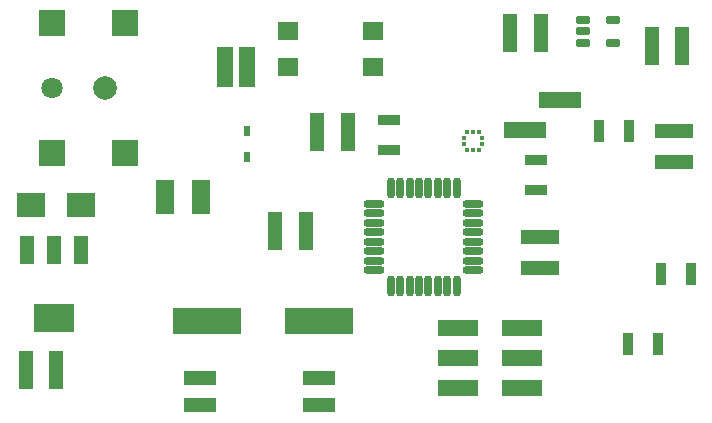
<source format=gts>
G04*
G04 #@! TF.GenerationSoftware,Altium Limited,Altium Designer,22.2.1 (43)*
G04*
G04 Layer_Color=8388736*
%FSLAX25Y25*%
%MOIN*%
G70*
G04*
G04 #@! TF.SameCoordinates,AAFBACAA-EC33-4654-A321-DB7F653A4B28*
G04*
G04*
G04 #@! TF.FilePolarity,Negative*
G04*
G01*
G75*
%ADD22R,0.05940X0.11200*%
%ADD23R,0.02400X0.03500*%
%ADD37R,0.13320X0.05800*%
%ADD38R,0.12611X0.04737*%
%ADD39R,0.14304X0.05800*%
%ADD40R,0.04737X0.12611*%
G04:AMPARAMS|DCode=41|XSize=29.92mil|YSize=45.28mil|CornerRadius=8.85mil|HoleSize=0mil|Usage=FLASHONLY|Rotation=90.000|XOffset=0mil|YOffset=0mil|HoleType=Round|Shape=RoundedRectangle|*
%AMROUNDEDRECTD41*
21,1,0.02992,0.02757,0,0,90.0*
21,1,0.01221,0.04528,0,0,90.0*
1,1,0.01771,0.01378,0.00611*
1,1,0.01771,0.01378,-0.00611*
1,1,0.01771,-0.01378,-0.00611*
1,1,0.01771,-0.01378,0.00611*
%
%ADD41ROUNDEDRECTD41*%
%ADD42R,0.05328X0.13398*%
%ADD43R,0.08674X0.08674*%
%ADD44R,0.09200X0.07887*%
%ADD45R,0.09200X0.07887*%
G04:AMPARAMS|DCode=46|XSize=66.93mil|YSize=23.62mil|CornerRadius=7.19mil|HoleSize=0mil|Usage=FLASHONLY|Rotation=270.000|XOffset=0mil|YOffset=0mil|HoleType=Round|Shape=RoundedRectangle|*
%AMROUNDEDRECTD46*
21,1,0.06693,0.00925,0,0,270.0*
21,1,0.05256,0.02362,0,0,270.0*
1,1,0.01437,-0.00463,-0.02628*
1,1,0.01437,-0.00463,0.02628*
1,1,0.01437,0.00463,0.02628*
1,1,0.01437,0.00463,-0.02628*
%
%ADD46ROUNDEDRECTD46*%
G04:AMPARAMS|DCode=47|XSize=66.93mil|YSize=23.62mil|CornerRadius=7.19mil|HoleSize=0mil|Usage=FLASHONLY|Rotation=180.000|XOffset=0mil|YOffset=0mil|HoleType=Round|Shape=RoundedRectangle|*
%AMROUNDEDRECTD47*
21,1,0.06693,0.00925,0,0,180.0*
21,1,0.05256,0.02362,0,0,180.0*
1,1,0.01437,-0.02628,0.00463*
1,1,0.01437,0.02628,0.00463*
1,1,0.01437,0.02628,-0.00463*
1,1,0.01437,-0.02628,-0.00463*
%
%ADD47ROUNDEDRECTD47*%
%ADD48R,0.07493X0.03359*%
%ADD49R,0.22847X0.09068*%
%ADD50R,0.07099X0.06312*%
%ADD51R,0.03359X0.07493*%
%ADD52R,0.01476X0.01378*%
%ADD53R,0.01378X0.01476*%
%ADD54R,0.10682X0.05131*%
%ADD55R,0.13595X0.09265*%
%ADD56R,0.04540X0.09265*%
%ADD57C,0.07887*%
%ADD58C,0.07099*%
D22*
X61006Y78937D02*
D03*
X72852D02*
D03*
D23*
X88292Y92323D02*
D03*
Y100984D02*
D03*
D37*
X158543Y25197D02*
D03*
X180039D02*
D03*
Y15197D02*
D03*
X158543D02*
D03*
Y35197D02*
D03*
X180039D02*
D03*
D38*
X186070Y55246D02*
D03*
Y65482D02*
D03*
X230709Y100787D02*
D03*
Y90551D02*
D03*
D39*
X192559Y111299D02*
D03*
X181063Y101299D02*
D03*
D40*
X107874Y67635D02*
D03*
X97638D02*
D03*
X122047Y100591D02*
D03*
X111811D02*
D03*
X233465Y129317D02*
D03*
X223228D02*
D03*
X175984Y133500D02*
D03*
X186220D02*
D03*
X14567Y21260D02*
D03*
X24803D02*
D03*
D41*
X200236Y137795D02*
D03*
Y134055D02*
D03*
Y130315D02*
D03*
X210433D02*
D03*
Y137795D02*
D03*
D42*
X88189Y122244D02*
D03*
X81102D02*
D03*
D43*
X23425Y136811D02*
D03*
X47638D02*
D03*
X23425Y93504D02*
D03*
X47638D02*
D03*
D44*
X33071Y76181D02*
D03*
D45*
X16271D02*
D03*
D46*
X136220Y82008D02*
D03*
X139370D02*
D03*
X142520D02*
D03*
X145669D02*
D03*
X148819D02*
D03*
X151969D02*
D03*
X155118D02*
D03*
X158268D02*
D03*
Y49095D02*
D03*
X155118D02*
D03*
X151969D02*
D03*
X148819D02*
D03*
X145669D02*
D03*
X142520D02*
D03*
X139370D02*
D03*
X136220D02*
D03*
D47*
X163701Y76575D02*
D03*
Y73425D02*
D03*
Y70276D02*
D03*
Y67126D02*
D03*
Y63976D02*
D03*
Y60827D02*
D03*
Y57677D02*
D03*
Y54528D02*
D03*
X130787D02*
D03*
Y57677D02*
D03*
Y60827D02*
D03*
Y63976D02*
D03*
Y67126D02*
D03*
Y70276D02*
D03*
Y73425D02*
D03*
Y76575D02*
D03*
D48*
X135827Y94587D02*
D03*
Y104626D02*
D03*
X184646Y81201D02*
D03*
Y91240D02*
D03*
D49*
X75098Y37402D02*
D03*
X112500D02*
D03*
D50*
X101968Y122244D02*
D03*
X130315D02*
D03*
X101968Y134055D02*
D03*
X130315D02*
D03*
D51*
X236220Y53347D02*
D03*
X226181D02*
D03*
X215453Y29724D02*
D03*
X225492D02*
D03*
X215650Y100960D02*
D03*
X205610D02*
D03*
D52*
X160699Y98524D02*
D03*
Y96555D02*
D03*
X166703D02*
D03*
Y98524D02*
D03*
D53*
X161732Y94537D02*
D03*
X163701D02*
D03*
X165669D02*
D03*
Y100541D02*
D03*
X163701D02*
D03*
X161732D02*
D03*
D54*
X112205Y18504D02*
D03*
Y9449D02*
D03*
X72835Y18504D02*
D03*
Y9449D02*
D03*
D55*
X24016Y38386D02*
D03*
D56*
X14961Y61221D02*
D03*
X24016D02*
D03*
X33071D02*
D03*
D57*
X41142Y115157D02*
D03*
D58*
X23425D02*
D03*
M02*

</source>
